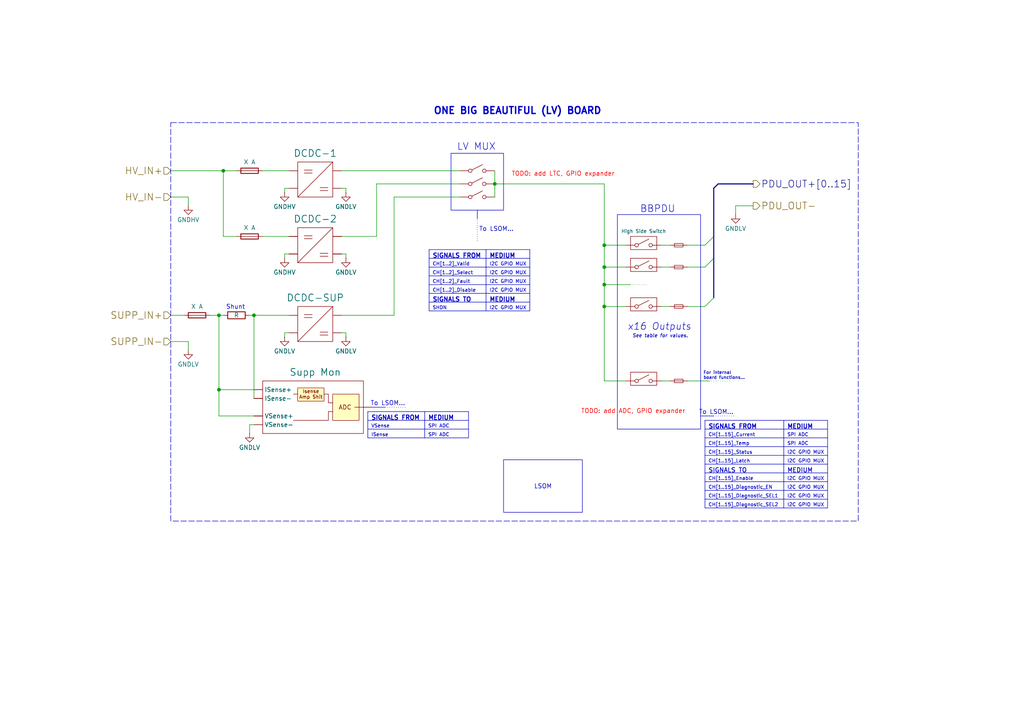
<source format=kicad_sch>
(kicad_sch (version 20250114) (generator "eeschema") (generator_version "9.0")
  (paper "A4")
  (lib_symbols
    (symbol "DCDC_1"
      (property "Value" "DCDC" (at 0 0 0))
      (symbol "DCDC_1_0_1"
        (rectangle (start -5.08 5.08) (end 5.08 -5.08))
        (polyline (pts (xy 5.08 5.08) (xy -5.08 -5.08)))
      )
      (symbol "DCDC_1_1_1"
        (text "=" (at -2.032 2.54 0) (effects (font (size 3 3))))
        (text "=" (at 2.54 -2.54 0) (effects (font (size 3 3))))
        (pin input line (at -7.62 2.54 0) (length 2.54) (name "") (number ""))
        (pin input line (at -7.62 -2.54 0) (length 2.54) (name "") (number ""))
        (pin input line (at 7.62 2.54 180) (length 2.54) (name "") (number ""))
        (pin input line (at 7.62 -2.54 180) (length 2.54) (name "") (number ""))
      )
    )
    (symbol "DCDC_2"
      (property "Value" "DCDC" (at 0 0 0))
      (symbol "DCDC_2_0_1"
        (rectangle (start -5.08 5.08) (end 5.08 -5.08))
        (polyline (pts (xy 5.08 5.08) (xy -5.08 -5.08)))
      )
      (symbol "DCDC_2_1_1"
        (text "=" (at -2.032 2.54 0) (effects (font (size 3 3))))
        (text "=" (at 2.54 -2.54 0) (effects (font (size 3 3))))
        (pin input line (at -7.62 2.54 0) (length 2.54) (name "") (number ""))
        (pin input line (at -7.62 -2.54 0) (length 2.54) (name "") (number ""))
        (pin input line (at 7.62 2.54 180) (length 2.54) (name "") (number ""))
        (pin input line (at 7.62 -2.54 180) (length 2.54) (name "") (number ""))
      )
    )
    (symbol "Device:Fuse" (pin_numbers (hide yes)) (pin_names (offset 0))
      (property "Reference" "F" (at 2.032 0 90))
      (property "Value" "Fuse" (at -1.905 0 90))
      (symbol "Fuse_0_1"
        (rectangle (start -0.762 -2.54) (end 0.762 2.54) (stroke (width 0.254)))
        (polyline (pts (xy 0 2.54) (xy 0 -2.54)))
      )
      (symbol "Fuse_1_1"
        (pin passive line (at 0 3.81 270) (length 1.27) (name "~") (number "1"))
        (pin passive line (at 0 -3.81 90) (length 1.27) (name "~") (number "2"))
      )
    )
    (symbol "Device:Fuse_Small" (pin_numbers (hide yes)) (pin_names (offset 0.254) (hide yes))
      (property "Reference" "F" (at 0 -1.524 0))
      (property "Value" "Fuse_Small" (at 0 1.524 0))
      (symbol "Fuse_Small_0_1"
        (rectangle (start -1.27 0.508) (end 1.27 -0.508))
        (polyline (pts (xy -1.27 0) (xy 1.27 0)))
      )
      (symbol "Fuse_Small_1_1"
        (pin passive line (at -2.54 0 0) (length 1.27) (name "~") (number "1"))
        (pin passive line (at 2.54 0 180) (length 1.27) (name "~") (number "2"))
      )
    )
    (symbol "Device:R" (pin_numbers (hide yes)) (pin_names (offset 0))
      (property "Reference" "R" (at 2.032 0 90))
      (property "Value" "R" (at 0 0 90))
      (symbol "R_0_1"
        (rectangle (start -1.016 -2.54) (end 1.016 2.54) (stroke (width 0.254)))
      )
      (symbol "R_1_1"
        (pin passive line (at 0 3.81 270) (length 1.27) (name "~") (number "1"))
        (pin passive line (at 0 -3.81 90) (length 1.27) (name "~") (number "2"))
      )
    )
    (symbol "HighSideSwitch_1_1"
      (property "Value" "High Side Switch" (at 0 0 0))
      (symbol "HighSideSwitch_1_1_0_0"
        (circle (center -2.032 0) (radius 0.508))
        (polyline (pts (xy -1.524 0.254) (xy 1.524 1.778)))
        (circle (center 2.032 0) (radius 0.508))
      )
      (symbol "HighSideSwitch_1_1_0_1"
        (rectangle (start -3.81 2.54) (end 3.81 -1.27))
      )
      (symbol "HighSideSwitch_1_1_1_1"
        (pin passive line (at -5.08 0 0) (length 2.54) (name "") (number ""))
        (pin passive line (at 5.08 0 180) (length 2.54) (name "") (number ""))
      )
    )
    (symbol "HighSideSwitch_1_2"
      (property "Value" "High Side Switch" (at 0 0 0))
      (symbol "HighSideSwitch_1_2_0_0"
        (circle (center -2.032 0) (radius 0.508))
        (polyline (pts (xy -1.524 0.254) (xy 1.524 1.778)))
        (circle (center 2.032 0) (radius 0.508))
      )
      (symbol "HighSideSwitch_1_2_0_1"
        (rectangle (start -3.81 2.54) (end 3.81 -1.27))
      )
      (symbol "HighSideSwitch_1_2_1_1"
        (pin passive line (at -5.08 0 0) (length 2.54) (name "") (number ""))
        (pin passive line (at 5.08 0 180) (length 2.54) (name "") (number ""))
      )
    )
    (symbol "HighSideSwitch_1_3"
      (property "Value" "High Side Switch" (at 0 0 0))
      (symbol "HighSideSwitch_1_3_0_0"
        (circle (center -2.032 0) (radius 0.508))
        (polyline (pts (xy -1.524 0.254) (xy 1.524 1.778)))
        (circle (center 2.032 0) (radius 0.508))
      )
      (symbol "HighSideSwitch_1_3_0_1"
        (rectangle (start -3.81 2.54) (end 3.81 -1.27))
      )
      (symbol "HighSideSwitch_1_3_1_1"
        (pin passive line (at -5.08 0 0) (length 2.54) (name "") (number ""))
        (pin passive line (at 5.08 0 180) (length 2.54) (name "") (number ""))
      )
    )
    (symbol "HighSideSwitch_1_4"
      (property "Value" "High Side Switch" (at 0 0 0))
      (symbol "HighSideSwitch_1_4_0_0"
        (circle (center -2.032 0) (radius 0.508))
        (polyline (pts (xy -1.524 0.254) (xy 1.524 1.778)))
        (circle (center 2.032 0) (radius 0.508))
      )
      (symbol "HighSideSwitch_1_4_0_1"
        (rectangle (start -3.81 2.54) (end 3.81 -1.27))
      )
      (symbol "HighSideSwitch_1_4_1_1"
        (pin passive line (at -5.08 0 0) (length 2.54) (name "") (number ""))
        (pin passive line (at 5.08 0 180) (length 2.54) (name "") (number ""))
      )
    )
    (symbol "SW_SPST_1" (pin_names (offset 0) (hide yes))
      (symbol "SW_SPST_1_0_0"
        (circle (center -2.032 0) (radius 0.508))
        (polyline (pts (xy -1.524 0.254) (xy 1.524 1.778)))
        (circle (center 2.032 0) (radius 0.508))
      )
      (symbol "SW_SPST_1_1_1"
        (pin passive line (at -5.08 0 0) (length 2.54) (name "A") (number ""))
        (pin passive line (at 5.08 0 180) (length 2.54) (name "B") (number ""))
      )
    )
    (symbol "SW_SPST_2" (pin_names (offset 0) (hide yes))
      (symbol "SW_SPST_2_0_0"
        (circle (center -2.032 0) (radius 0.508))
        (polyline (pts (xy -1.524 0.254) (xy 1.524 1.778)))
        (circle (center 2.032 0) (radius 0.508))
      )
      (symbol "SW_SPST_2_1_1"
        (pin passive line (at -5.08 0 0) (length 2.54) (name "A") (number ""))
        (pin passive line (at 5.08 0 180) (length 2.54) (name "B") (number ""))
      )
    )
    (symbol "SW_SPST_3" (pin_names (offset 0) (hide yes))
      (symbol "SW_SPST_3_0_0"
        (circle (center -2.032 0) (radius 0.508))
        (polyline (pts (xy -1.524 0.254) (xy 1.524 1.778)))
        (circle (center 2.032 0) (radius 0.508))
      )
      (symbol "SW_SPST_3_1_1"
        (pin passive line (at -5.08 0 0) (length 2.54) (name "A") (number ""))
        (pin passive line (at 5.08 0 180) (length 2.54) (name "B") (number ""))
      )
    )
    (symbol "Things:DCDC"
      (property "Value" "DCDC" (at 0 0 0))
      (symbol "DCDC_0_1"
        (rectangle (start -5.08 5.08) (end 5.08 -5.08))
        (polyline (pts (xy 5.08 5.08) (xy -5.08 -5.08)))
      )
      (symbol "DCDC_1_1"
        (text "=" (at -2.032 2.54 0) (effects (font (size 3 3))))
        (text "=" (at 2.54 -2.54 0) (effects (font (size 3 3))))
        (pin input line (at -7.62 2.54 0) (length 2.54) (name "") (number ""))
        (pin input line (at -7.62 -2.54 0) (length 2.54) (name "") (number ""))
        (pin input line (at 7.62 2.54 180) (length 2.54) (name "") (number ""))
        (pin input line (at 7.62 -2.54 180) (length 2.54) (name "") (number ""))
      )
    )
    (symbol "Things:SuppMon"
      (property "Value" "Supp Mon" (at -0.254 9.144 0))
      (symbol "SuppMon_1_1"
        (rectangle (start -15.24 7.62) (end 13.97 -7.62))
        (polyline (pts (xy -6.35 3.81) (xy -5.08 3.81)))
        (polyline (pts (xy -6.35 -3.81) (xy 3.81 -3.81) (xy 3.81 -1.27) (xy 5.08 -1.27)))
        (rectangle (start -5.08 5.588) (end 2.54 1.778) (fill (type background)))
        (polyline (pts (xy 2.54 3.81) (xy 3.81 3.81) (xy 3.81 1.27) (xy 5.08 1.27)))
        (rectangle (start 5.08 3.81) (end 12.7 -3.81) (fill (type background)))
        (rectangle (start 10.16 -3.81) (end 10.16 -3.81))
        (polyline (pts (xy 11.43 0) (xy 13.97 0)))
        (text "Isense\nAmp Shit" (at -1.27 3.81 0) (effects (font (size 1 1))))
        (text "ADC" (at 8.636 0 0) (effects (font (size 1.27 1.27))))
        (pin passive line (at -17.78 5.08 0) (length 2.54) (name "ISense+") (number ""))
        (pin passive line (at -17.78 2.54 0) (length 2.54) (name "ISense-") (number ""))
        (pin passive line (at -17.78 -2.54 0) (length 2.54) (name "VSense+") (number ""))
        (pin passive line (at -17.78 -5.08 0) (length 2.54) (name "VSense-") (number ""))
        (pin passive line (at 16.51 0 180) (length 2.54) (name "") (number ""))
      )
    )
    (symbol "power:GND" (power) (pin_numbers (hide yes)) (pin_names (offset 0) (hide yes))
      (property "Value" "GND" (at 0 -3.81 0))
      (symbol "GND_0_1"
        (polyline (pts (xy 0 0) (xy 0 -1.27) (xy 1.27 -1.27) (xy 0 -2.54) (xy -1.27 -1.27) (xy 0 -1.27)))
      )
      (symbol "GND_1_1"
        (pin power_in line (at 0 0 270) (length 0) (name "~") (number "1"))
      )
    )
  )
  (rectangle (start 49.53 35.56) (end 248.92 151.13) (stroke (width 0) (type dash)))
  (rectangle (start 179.07 62.23) (end 203.2 124.46))
  (rectangle (start 130.81 44.45) (end 146.05 60.96))
  (text "Shunt" (at 68.326 89.154 0) (effects (font (size 1.27 1.27))))
  (text "ONE BIG BEAUTIFUL (LV) BOARD" (at 150.114 32.258 0) (effects (font (size 2 2) (thickness 0.4) (bold yes))))
  (text "BBPDU" (at 190.754 60.706 0) (effects (font (size 2 2))))
  (text "To LSOM..." (at 138.938 66.548 0) (effects (font (size 1.27 1.27)) (justify left)))
  (text "See table for values." (at 191.516 97.536 0) (effects (font (size 1 1) (italic yes))))
  (text "TODO: add LTC, GPIO expander" (at 163.322 50.546 0) (effects (font (size 1.27 1.27))))
  (text "TODO: add ADC, GPIO expander" (at 183.642 119.38 0) (effects (font (size 1.27 1.27))))
  (text "For internal\nboard functions..." (at 203.962 108.966 0) (effects (font (size 0.9 0.9)) (justify left)))
  (text "To LSOM..." (at 202.692 119.634 0) (effects (font (size 1.27 1.27)) (justify left)))
  (text "LV MUX" (at 138.176 42.672 0) (effects (font (size 2 2))))
  (text "To LSOM..." (at 107.442 117.094 0) (effects (font (size 1.27 1.27)) (justify left)))
  (text_box "x16 Outputs" (at 180.594 92.71 0) (size 21.336 3.81) (margins 0.9525 0.9525 0.9525 0.9525) (stroke (width -0.0001)) (effects (font (size 2 2) (italic yes))))
  (text_box "LSOM" (at 146.05 133.35 0) (size 22.86 15.24) (margins 0.9525 0.9525 0.9525 0.9525) (effects (font (size 1.27 1.27))))
  (junction (at 175.26 88.9))
  (junction (at 175.26 71.12))
  (junction (at 63.5 113.03))
  (junction (at 64.77 49.53))
  (junction (at 175.26 82.55))
  (junction (at 63.5 91.44))
  (junction (at 143.51 53.34))
  (junction (at 175.26 77.47))
  (junction (at 73.66 91.44))
  (bus_entry (at 207.01 74.93) (size -2.54 2.54))
  (bus_entry (at 207.01 86.36) (size -2.54 2.54))
  (bus_entry (at 207.01 68.58) (size -2.54 2.54))
  (wire (pts (xy 54.61 99.06) (xy 54.61 101.6)))
  (wire (pts (xy 82.55 97.79) (xy 82.55 96.52)))
  (wire (pts (xy 175.26 77.47) (xy 175.26 82.55)))
  (bus (pts (xy 207.01 54.61) (xy 208.28 53.34)))
  (wire (pts (xy 64.77 49.53) (xy 68.58 49.53)))
  (wire (pts (xy 73.66 91.44) (xy 73.66 115.57)))
  (wire (pts (xy 63.5 113.03) (xy 73.66 113.03)))
  (wire (pts (xy 213.36 59.69) (xy 218.44 59.69)))
  (wire (pts (xy 143.51 53.34) (xy 143.51 57.15)))
  (wire (pts (xy 175.26 71.12) (xy 175.26 77.47)))
  (wire (pts (xy 175.26 53.34) (xy 175.26 71.12)))
  (wire (pts (xy 99.06 91.44) (xy 114.3 91.44)))
  (wire (pts (xy 49.53 91.44) (xy 53.34 91.44)))
  (wire (pts (xy 199.39 77.47) (xy 204.47 77.47)))
  (bus (pts (xy 207.01 54.61) (xy 207.01 68.58)))
  (wire (pts (xy 109.22 53.34) (xy 133.35 53.34)))
  (wire (pts (xy 49.53 57.15) (xy 54.61 57.15)))
  (wire (pts (xy 191.77 88.9) (xy 194.31 88.9)))
  (wire (pts (xy 72.39 91.44) (xy 73.66 91.44)))
  (wire (pts (xy 60.96 91.44) (xy 63.5 91.44)))
  (wire (pts (xy 207.01 120.65) (xy 213.36 120.65)) (stroke (width 0) (type dot) (color 0 0 194 1)))
  (bus (pts (xy 208.28 53.34) (xy 218.44 53.34)))
  (wire (pts (xy 182.88 82.55) (xy 187.96 82.55)) (stroke (width 0) (type dot)))
  (wire (pts (xy 138.43 60.96) (xy 138.43 63.5)) (stroke (width 0) (color 0 0 194 1)))
  (wire (pts (xy 213.36 62.23) (xy 213.36 59.69)))
  (wire (pts (xy 205.74 110.49) (xy 212.09 110.49)) (stroke (width 0) (type dot)))
  (wire (pts (xy 100.33 73.66) (xy 100.33 74.93)))
  (wire (pts (xy 83.82 68.58) (xy 76.2 68.58)))
  (wire (pts (xy 76.2 49.53) (xy 83.82 49.53)))
  (wire (pts (xy 191.77 110.49) (xy 194.31 110.49)))
  (wire (pts (xy 54.61 57.15) (xy 54.61 59.69)))
  (wire (pts (xy 99.06 54.61) (xy 100.33 54.61)))
  (wire (pts (xy 82.55 96.52) (xy 83.82 96.52)))
  (wire (pts (xy 175.26 88.9) (xy 181.61 88.9)))
  (wire (pts (xy 199.39 88.9) (xy 204.47 88.9)))
  (wire (pts (xy 199.39 71.12) (xy 204.47 71.12)))
  (wire (pts (xy 49.53 99.06) (xy 54.61 99.06)))
  (wire (pts (xy 63.5 120.65) (xy 63.5 113.03)))
  (wire (pts (xy 100.33 96.52) (xy 100.33 97.79)))
  (wire (pts (xy 99.06 68.58) (xy 109.22 68.58)))
  (wire (pts (xy 175.26 82.55) (xy 182.88 82.55)))
  (wire (pts (xy 175.26 82.55) (xy 175.26 88.9)))
  (wire (pts (xy 64.77 68.58) (xy 64.77 49.53)))
  (wire (pts (xy 143.51 49.53) (xy 143.51 53.34)))
  (wire (pts (xy 203.2 120.65) (xy 207.01 120.65)) (stroke (width 0) (color 0 0 194 1)))
  (bus (pts (xy 207.01 74.93) (xy 207.01 68.58)))
  (wire (pts (xy 82.55 73.66) (xy 83.82 73.66)))
  (wire (pts (xy 138.43 69.85) (xy 138.43 63.5)) (stroke (width 0) (type dot) (color 0 0 194 1)))
  (wire (pts (xy 72.39 123.19) (xy 73.66 123.19)))
  (wire (pts (xy 191.77 71.12) (xy 194.31 71.12)))
  (wire (pts (xy 99.06 96.52) (xy 100.33 96.52)))
  (wire (pts (xy 109.22 68.58) (xy 109.22 53.34)))
  (wire (pts (xy 63.5 91.44) (xy 63.5 113.03)))
  (wire (pts (xy 107.95 118.11) (xy 111.76 118.11)) (stroke (width 0) (color 0 0 194 1)))
  (wire (pts (xy 82.55 55.88) (xy 82.55 54.61)))
  (wire (pts (xy 143.51 53.34) (xy 175.26 53.34)))
  (wire (pts (xy 100.33 54.61) (xy 100.33 55.88)))
  (wire (pts (xy 63.5 91.44) (xy 64.77 91.44)))
  (wire (pts (xy 99.06 73.66) (xy 100.33 73.66)))
  (wire (pts (xy 73.66 120.65) (xy 63.5 120.65)))
  (wire (pts (xy 114.3 57.15) (xy 133.35 57.15)))
  (wire (pts (xy 82.55 54.61) (xy 83.82 54.61)))
  (bus (pts (xy 207.01 86.36) (xy 207.01 74.93)))
  (wire (pts (xy 191.77 77.47) (xy 194.31 77.47)))
  (wire (pts (xy 111.76 118.11) (xy 118.11 118.11)) (stroke (width 0) (type dot) (color 0 0 194 1)))
  (wire (pts (xy 72.39 125.73) (xy 72.39 123.19)))
  (wire (pts (xy 175.26 88.9) (xy 175.26 110.49)))
  (wire (pts (xy 199.39 110.49) (xy 205.74 110.49)))
  (wire (pts (xy 68.58 68.58) (xy 64.77 68.58)))
  (wire (pts (xy 82.55 74.93) (xy 82.55 73.66)))
  (wire (pts (xy 73.66 91.44) (xy 83.82 91.44)))
  (wire (pts (xy 49.53 49.53) (xy 64.77 49.53)))
  (wire (pts (xy 175.26 71.12) (xy 181.61 71.12)))
  (wire (pts (xy 175.26 77.47) (xy 181.61 77.47)))
  (wire (pts (xy 114.3 57.15) (xy 114.3 91.44)))
  (wire (pts (xy 99.06 49.53) (xy 133.35 49.53)))
  (wire (pts (xy 181.61 110.49) (xy 175.26 110.49)))
  (table (column_count 2) (border (external yes) (header yes)) (separators (rows yes) (cols yes)) (column_widths 22.86 12.7) (row_heights 2.54 2.54 2.54 2.54 2.54 2.54 2.54 2.54 2.54 2.54) (cells (table_cell "SIGNALS FROM" (at 204.47 121.92 0) (size 22.86 2.54) (margins 0.9525 0.9525 0.9525 0.9525) (span 1 1)) (table_cell "MEDIUM" (at 227.33 121.92 0) (size 12.7 2.54) (margins 0.9525 0.9525 0.9525 0.9525) (span 1 1)) (table_cell "CH[1..15]_Current" (at 204.47 124.46 0) (size 22.86 2.54) (margins 0.9525 0.9525 0.9525 0.9525) (span 1 1)) (table_cell "SPI ADC" (at 227.33 124.46 0) (size 12.7 2.54) (margins 0.9525 0.9525 0.9525 0.9525) (span 1 1)) (table_cell "CH[1..15]_Temp" (at 204.47 127 0) (size 22.86 2.54) (margins 0.9525 0.9525 0.9525 0.9525) (span 1 1)) (table_cell "SPI ADC" (at 227.33 127 0) (size 12.7 2.54) (margins 0.9525 0.9525 0.9525 0.9525) (span 1 1)) (table_cell "CH[1..15]_Status" (at 204.47 129.54 0) (size 22.86 2.54) (margins 0.9525 0.9525 0.9525 0.9525) (span 1 1)) (table_cell "I2C GPIO MUX" (at 227.33 129.54 0) (size 12.7 2.54) (margins 0.9525 0.9525 0.9525 0.9525) (span 1 1)) (table_cell "CH[1..15]_Latch" (at 204.47 132.08 0) (size 22.86 2.54) (margins 0.9525 0.9525 0.9525 0.9525) (span 1 1)) (table_cell "I2C GPIO MUX" (at 227.33 132.08 0) (size 12.7 2.54) (margins 0.9525 0.9525 0.9525 0.9525) (span 1 1)) (table_cell "SIGNALS TO" (at 204.47 134.62 0) (size 22.86 2.54) (margins 0.9525 0.9525 0.9525 0.9525) (span 1 1)) (table_cell "MEDIUM" (at 227.33 134.62 0) (size 12.7 2.54) (margins 0.9525 0.9525 0.9525 0.9525) (span 1 1)) (table_cell "CH[1..15]_Enable" (at 204.47 137.16 0) (size 22.86 2.54) (margins 0.9525 0.9525 0.9525 0.9525) (span 1 1)) (table_cell "I2C GPIO MUX" (at 227.33 137.16 0) (size 12.7 2.54) (margins 0.9525 0.9525 0.9525 0.9525) (span 1 1)) (table_cell "CH[1..15]_Diagnostic_EN" (at 204.47 139.7 0) (size 22.86 2.54) (margins 0.9525 0.9525 0.9525 0.9525) (span 1 1)) (table_cell "I2C GPIO MUX" (at 227.33 139.7 0) (size 12.7 2.54) (margins 0.9525 0.9525 0.9525 0.9525) (span 1 1)) (table_cell "CH[1..15]_Diagnostic_SEL1" (at 204.47 142.24 0) (size 22.86 2.54) (margins 0.9525 0.9525 0.9525 0.9525) (span 1 1)) (table_cell "I2C GPIO MUX" (at 227.33 142.24 0) (size 12.7 2.54) (margins 0.9525 0.9525 0.9525 0.9525) (span 1 1)) (table_cell "CH[1..15]_Diagnostic_SEL2" (at 204.47 144.78 0) (size 22.86 2.54) (margins 0.9525 0.9525 0.9525 0.9525) (span 1 1)) (table_cell "I2C GPIO MUX" (at 227.33 144.78 0) (size 12.7 2.54) (margins 0.9525 0.9525 0.9525 0.9525) (span 1 1))))
  (table (column_count 2) (border (external yes) (header yes)) (separators (rows yes) (cols yes)) (column_widths 16.51 12.7) (row_heights 2.54 2.54 2.54 2.54 2.54 2.54 2.54) (cells (table_cell "SIGNALS FROM" (at 124.46 72.39 0) (size 16.51 2.54) (margins 0.9525 0.9525 0.9525 0.9525) (span 1 1)) (table_cell "MEDIUM" (at 140.97 72.39 0) (size 12.7 2.54) (margins 0.9525 0.9525 0.9525 0.9525) (span 1 1)) (table_cell "CH[1..2]_Valid" (at 124.46 74.93 0) (size 16.51 2.54) (margins 0.9525 0.9525 0.9525 0.9525) (span 1 1)) (table_cell "I2C GPIO MUX" (at 140.97 74.93 0) (size 12.7 2.54) (margins 0.9525 0.9525 0.9525 0.9525) (span 1 1)) (table_cell "CH[1..2]_Select" (at 124.46 77.47 0) (size 16.51 2.54) (margins 0.9525 0.9525 0.9525 0.9525) (span 1 1)) (table_cell "I2C GPIO MUX" (at 140.97 77.47 0) (size 12.7 2.54) (margins 0.9525 0.9525 0.9525 0.9525) (span 1 1)) (table_cell "CH[1..2]_Fault" (at 124.46 80.01 0) (size 16.51 2.54) (margins 0.9525 0.9525 0.9525 0.9525) (span 1 1)) (table_cell "I2C GPIO MUX" (at 140.97 80.01 0) (size 12.7 2.54) (margins 0.9525 0.9525 0.9525 0.9525) (span 1 1)) (table_cell "CH[1..2]_Disable" (at 124.46 82.55 0) (size 16.51 2.54) (margins 0.9525 0.9525 0.9525 0.9525) (span 1 1)) (table_cell "I2C GPIO MUX" (at 140.97 82.55 0) (size 12.7 2.54) (margins 0.9525 0.9525 0.9525 0.9525) (span 1 1)) (table_cell "SIGNALS TO" (at 124.46 85.09 0) (size 16.51 2.54) (margins 0.9525 0.9525 0.9525 0.9525) (span 1 1)) (table_cell "MEDIUM" (at 140.97 85.09 0) (size 12.7 2.54) (margins 0.9525 0.9525 0.9525 0.9525) (span 1 1)) (table_cell "SHDN" (at 124.46 87.63 0) (size 16.51 2.54) (margins 0.9525 0.9525 0.9525 0.9525) (span 1 1)) (table_cell "I2C GPIO MUX" (at 140.97 87.63 0) (size 12.7 2.54) (margins 0.9525 0.9525 0.9525 0.9525) (span 1 1))))
  (table (column_count 2) (border (external yes) (header yes)) (separators (rows yes) (cols yes)) (column_widths 16.51 12.7) (row_heights 2.54 2.54 2.54) (cells (table_cell "SIGNALS FROM" (at 106.68 119.38 0) (size 16.51 2.54) (margins 0.9525 0.9525 0.9525 0.9525) (span 1 1)) (table_cell "MEDIUM" (at 123.19 119.38 0) (size 12.7 2.54) (margins 0.9525 0.9525 0.9525 0.9525) (span 1 1)) (table_cell "VSense" (at 106.68 121.92 0) (size 16.51 2.54) (margins 0.9525 0.9525 0.9525 0.9525) (span 1 1)) (table_cell "SPI ADC" (at 123.19 121.92 0) (size 12.7 2.54) (margins 0.9525 0.9525 0.9525 0.9525) (span 1 1)) (table_cell "ISense" (at 106.68 124.46 0) (size 16.51 2.54) (margins 0.9525 0.9525 0.9525 0.9525) (span 1 1)) (table_cell "SPI ADC" (at 123.19 124.46 0) (size 12.7 2.54) (margins 0.9525 0.9525 0.9525 0.9525) (span 1 1))))
  (hierarchical_label "HV_IN-" (shape input) (at 49.53 57.15 180) (effects (font (size 2 2))))
  (hierarchical_label "PDU_OUT+[0..15]" (shape output) (at 218.44 53.34 0) (effects (font (size 2 2))))
  (hierarchical_label "PDU_OUT-" (shape output) (at 218.44 59.69 0) (effects (font (size 2 2))))
  (hierarchical_label "HV_IN+" (shape input) (at 49.53 49.53 180) (effects (font (size 2 2))))
  (hierarchical_label "SUPP_IN-" (shape input) (at 49.53 99.06 180) (effects (font (size 2 2))))
  (hierarchical_label "SUPP_IN+" (shape input) (at 49.53 91.44 180) (effects (font (size 2 2))))
  (symbol (lib_id "Things:SuppMon") (at 91.44 118.11 0) (unit 1)
    (property "Reference" "U?" (effects (hide yes)))
    (property "Value" "Supp Mon" (at 91.44 107.95 0) (effects (font (size 2 2))))
  )
  (symbol (lib_name "SW_SPST_1") (lib_id "Switch:SW_SPST") (at 138.43 49.53 0) (unit 1)
    (property "Reference" "SW?" (effects (hide yes)))
    (property "Value" "SW_SPST" (effects (hide yes)))
    (property "Description" "Single Pole Single Throw (SPST) switch" (effects (hide yes)))
  )
  (symbol (lib_id "power:GND") (at 213.36 62.23 0) (unit 1)
    (property "Reference" "#PWR?" (effects (hide yes)))
    (property "Value" "GNDLV" (at 213.36 66.294 0))
    (property "Description" "Power symbol creates a global label with name \"GND\" , ground" (effects (hide yes)))
  )
  (symbol (lib_id "Things:DCDC") (at 91.44 52.07 0) (unit 1)
    (property "Reference" "U?" (effects (hide yes)))
    (property "Value" "DCDC-1" (at 91.44 44.45 0) (effects (font (size 2 2))))
  )
  (symbol (lib_id "power:GND") (at 100.33 74.93 0) (unit 1)
    (property "Reference" "#PWR?" (effects (hide yes)))
    (property "Value" "GNDLV" (at 100.33 78.994 0))
    (property "Description" "Power symbol creates a global label with name \"GND\" , ground" (effects (hide yes)))
  )
  (symbol (lib_name "SW_SPST_3") (lib_id "Switch:SW_SPST") (at 138.43 57.15 0) (unit 1)
    (property "Reference" "SW?" (effects (hide yes)))
    (property "Value" "SW_SPST" (effects (hide yes)))
    (property "Description" "Single Pole Single Throw (SPST) switch" (effects (hide yes)))
  )
  (symbol (lib_name "DCDC_2") (lib_id "Things:DCDC") (at 91.44 93.98 0) (unit 1)
    (property "Reference" "U?" (effects (hide yes)))
    (property "Value" "DCDC-SUP" (at 91.44 86.36 0) (effects (font (size 2 2))))
  )
  (symbol (lib_id "Device:Fuse_Small") (at 196.85 77.47 0) (unit 1)
    (property "Reference" "F?" (effects (hide yes)))
    (property "Value" "Fuse_Small" (effects (hide yes)))
    (property "Description" "Fuse, small symbol" (effects (hide yes)))
  )
  (symbol (lib_id "power:GND") (at 54.61 59.69 0) (unit 1)
    (property "Reference" "#PWR?" (effects (hide yes)))
    (property "Value" "GNDHV" (at 54.61 63.754 0))
    (property "Description" "Power symbol creates a global label with name \"GND\" , ground" (effects (hide yes)))
  )
  (symbol (lib_id "Device:Fuse_Small") (at 196.85 71.12 0) (unit 1)
    (property "Reference" "F?" (effects (hide yes)))
    (property "Value" "Fuse_Small" (effects (hide yes)))
    (property "Description" "Fuse, small symbol" (effects (hide yes)))
  )
  (symbol (lib_id "power:GND") (at 72.39 125.73 0) (unit 1)
    (property "Reference" "#PWR?" (effects (hide yes)))
    (property "Value" "GNDLV" (at 72.39 129.794 0))
    (property "Description" "Power symbol creates a global label with name \"GND\" , ground" (effects (hide yes)))
  )
  (symbol (lib_id "power:GND") (at 100.33 55.88 0) (unit 1)
    (property "Reference" "#PWR?" (effects (hide yes)))
    (property "Value" "GNDLV" (at 100.33 59.944 0))
    (property "Description" "Power symbol creates a global label with name \"GND\" , ground" (effects (hide yes)))
  )
  (symbol (lib_id "power:GND") (at 82.55 97.79 0) (unit 1)
    (property "Reference" "#PWR?" (effects (hide yes)))
    (property "Value" "GNDLV" (at 82.55 101.854 0))
    (property "Description" "Power symbol creates a global label with name \"GND\" , ground" (effects (hide yes)))
  )
  (symbol (lib_id "power:GND") (at 100.33 97.79 0) (unit 1)
    (property "Reference" "#PWR?" (effects (hide yes)))
    (property "Value" "GNDLV" (at 100.33 101.854 0))
    (property "Description" "Power symbol creates a global label with name \"GND\" , ground" (effects (hide yes)))
  )
  (symbol (lib_name "HighSideSwitch_1_3") (lib_id "Things:HighSideSwitch_1") (at 186.69 88.9 0) (unit 1)
    (property "Reference" "U?" (effects (hide yes)))
    (property "Value" "High Side Switch" (effects (hide yes)))
  )
  (symbol (lib_id "Device:R") (at 68.58 91.44 90) (unit 1)
    (property "Reference" "R?" (effects (hide yes)))
    (property "Value" "R" (at 68.58 91.44 90))
    (property "Description" "Resistor" (effects (hide yes)))
  )
  (symbol (lib_id "power:GND") (at 54.61 101.6 0) (unit 1)
    (property "Reference" "#PWR?" (effects (hide yes)))
    (property "Value" "GNDLV" (at 54.61 105.664 0))
    (property "Description" "Power symbol creates a global label with name \"GND\" , ground" (effects (hide yes)))
  )
  (symbol (lib_id "Device:Fuse_Small") (at 196.85 88.9 0) (unit 1)
    (property "Reference" "F?" (effects (hide yes)))
    (property "Value" "Fuse_Small" (effects (hide yes)))
    (property "Description" "Fuse, small symbol" (effects (hide yes)))
  )
  (symbol (lib_id "Device:Fuse_Small") (at 196.85 110.49 0) (unit 1)
    (property "Reference" "F?" (effects (hide yes)))
    (property "Value" "Fuse_Small" (effects (hide yes)))
    (property "Description" "Fuse, small symbol" (effects (hide yes)))
  )
  (symbol (lib_id "Device:Fuse") (at 72.39 68.58 90) (unit 1)
    (property "Reference" "F?" (effects (hide yes)))
    (property "Value" "X A" (at 72.39 66.04 90))
    (property "Description" "Fuse" (effects (hide yes)))
  )
  (symbol (lib_name "SW_SPST_2") (lib_id "Switch:SW_SPST") (at 138.43 53.34 0) (unit 1)
    (property "Reference" "SW?" (effects (hide yes)))
    (property "Value" "SW_SPST" (effects (hide yes)))
    (property "Description" "Single Pole Single Throw (SPST) switch" (effects (hide yes)))
  )
  (symbol (lib_name "HighSideSwitch_1_4") (lib_id "Things:HighSideSwitch_1") (at 186.69 110.49 0) (unit 1)
    (property "Reference" "U?" (effects (hide yes)))
    (property "Value" "High Side Switch" (effects (hide yes)))
  )
  (symbol (lib_id "Device:Fuse") (at 57.15 91.44 90) (unit 1)
    (property "Reference" "F?" (effects (hide yes)))
    (property "Value" "X A" (at 57.15 88.9 90))
    (property "Description" "Fuse" (effects (hide yes)))
  )
  (symbol (lib_name "DCDC_1") (lib_id "Things:DCDC") (at 91.44 71.12 0) (unit 1)
    (property "Reference" "U?" (effects (hide yes)))
    (property "Value" "DCDC-2" (at 91.44 63.5 0) (effects (font (size 2 2))))
  )
  (symbol (lib_id "Device:Fuse") (at 72.39 49.53 90) (unit 1)
    (property "Reference" "F?" (effects (hide yes)))
    (property "Value" "X A" (at 72.39 46.99 90))
    (property "Description" "Fuse" (effects (hide yes)))
  )
  (symbol (lib_name "HighSideSwitch_1_2") (lib_id "Things:HighSideSwitch_1") (at 186.69 77.47 0) (unit 1)
    (property "Reference" "U?" (effects (hide yes)))
    (property "Value" "High Side Switch" (effects (hide yes)))
  )
  (symbol (lib_id "power:GND") (at 82.55 74.93 0) (unit 1)
    (property "Reference" "#PWR?" (effects (hide yes)))
    (property "Value" "GNDHV" (at 82.55 78.994 0))
    (property "Description" "Power symbol creates a global label with name \"GND\" , ground" (effects (hide yes)))
  )
  (symbol (lib_id "power:GND") (at 82.55 55.88 0) (unit 1)
    (property "Reference" "#PWR?" (effects (hide yes)))
    (property "Value" "GNDHV" (at 82.55 59.944 0))
    (property "Description" "Power symbol creates a global label with name \"GND\" , ground" (effects (hide yes)))
  )
  (symbol (lib_name "HighSideSwitch_1_1") (lib_id "Things:HighSideSwitch_1") (at 186.69 71.12 0) (unit 1)
    (property "Reference" "U?" (effects (hide yes)))
    (property "Value" "High Side Switch" (at 186.69 67.056 0) (effects (font (size 1 1))))
  )
)
</source>
